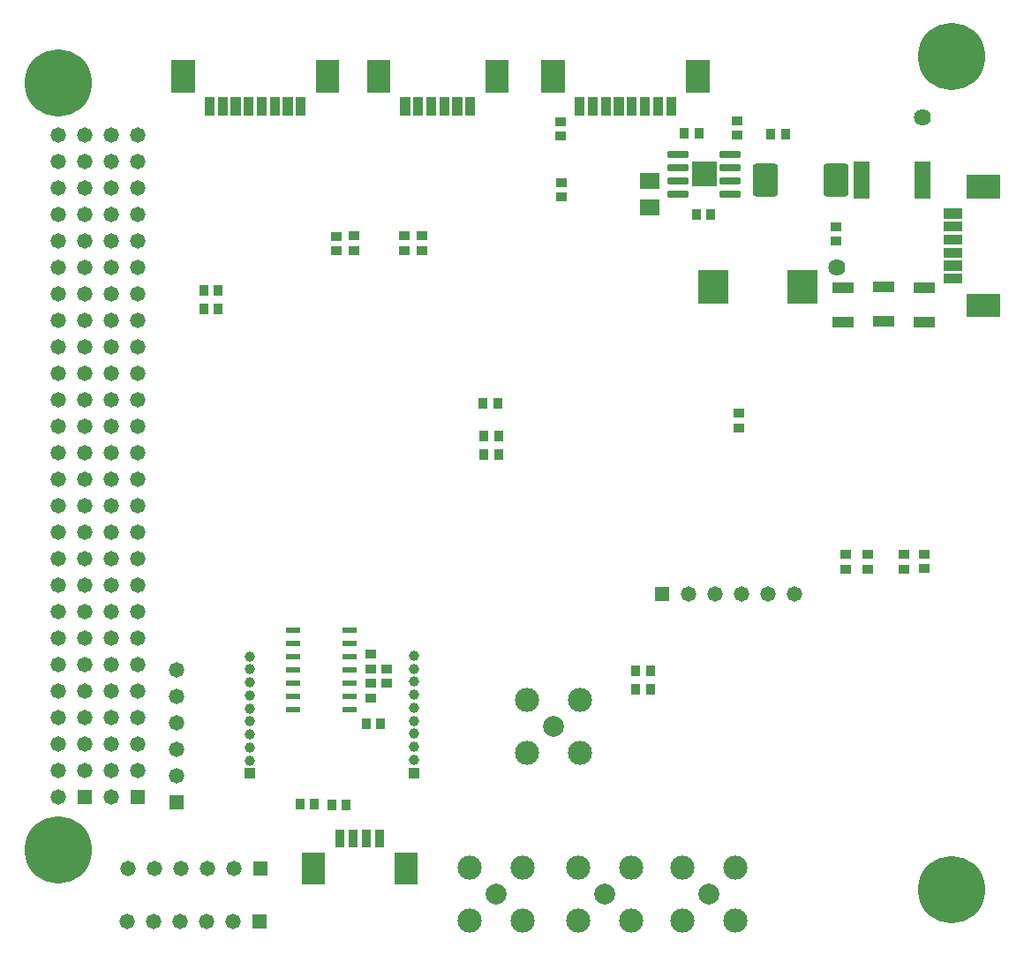
<source format=gbs>
G04*
G04 #@! TF.GenerationSoftware,Altium Limited,Altium Designer,24.2.2 (26)*
G04*
G04 Layer_Color=16711935*
%FSLAX44Y44*%
%MOMM*%
G71*
G04*
G04 #@! TF.SameCoordinates,65AE983B-3A35-48A2-B31D-578204411B82*
G04*
G04*
G04 #@! TF.FilePolarity,Negative*
G04*
G01*
G75*
%ADD52R,0.9016X1.0016*%
%ADD56R,1.0016X0.9016*%
%ADD65R,1.9016X1.5016*%
%ADD70C,1.6256*%
%ADD71C,1.4716*%
%ADD72R,1.4716X1.4716*%
%ADD75C,1.0024*%
%ADD76R,1.0024X1.0024*%
%ADD77R,1.4716X1.4716*%
%ADD78C,6.4516*%
%ADD106C,2.0066*%
%ADD111R,2.0500X1.1000*%
%ADD112R,2.9210X3.2512*%
%ADD117R,1.4605X0.5334*%
%ADD121R,1.5916X3.5216*%
G04:AMPARAMS|DCode=122|XSize=2.4316mm|YSize=3.1716mm|CornerRadius=0.3421mm|HoleSize=0mm|Usage=FLASHONLY|Rotation=180.000|XOffset=0mm|YOffset=0mm|HoleType=Round|Shape=RoundedRectangle|*
%AMROUNDEDRECTD122*
21,1,2.4316,2.4875,0,0,180.0*
21,1,1.7475,3.1716,0,0,180.0*
1,1,0.6841,-0.8738,1.2437*
1,1,0.6841,0.8738,1.2437*
1,1,0.6841,0.8738,-1.2437*
1,1,0.6841,-0.8738,-1.2437*
%
%ADD122ROUNDEDRECTD122*%
%ADD123R,0.9016X1.7016*%
%ADD124R,2.2016X3.1016*%
%ADD125R,2.3916X2.3916*%
G04:AMPARAMS|DCode=126|XSize=2.0716mm|YSize=0.7016mm|CornerRadius=0.1258mm|HoleSize=0mm|Usage=FLASHONLY|Rotation=0.000|XOffset=0mm|YOffset=0mm|HoleType=Round|Shape=RoundedRectangle|*
%AMROUNDEDRECTD126*
21,1,2.0716,0.4500,0,0,0.0*
21,1,1.8200,0.7016,0,0,0.0*
1,1,0.2516,0.9100,-0.2250*
1,1,0.2516,-0.9100,-0.2250*
1,1,0.2516,-0.9100,0.2250*
1,1,0.2516,0.9100,0.2250*
%
%ADD126ROUNDEDRECTD126*%
%ADD127C,2.3114*%
G36*
X201012Y810762D02*
X191488D01*
Y793238D01*
X201012D01*
Y810762D01*
D02*
G37*
G36*
X182012Y846762D02*
X159488D01*
Y815238D01*
X182012D01*
Y846762D01*
D02*
G37*
G36*
X213512Y810762D02*
X203988D01*
Y793238D01*
X213512D01*
Y810762D01*
D02*
G37*
G36*
X226012D02*
X216488D01*
Y793238D01*
X226012D01*
Y810762D01*
D02*
G37*
G36*
X238512D02*
X228988D01*
Y793238D01*
X238512D01*
Y810762D01*
D02*
G37*
G36*
X251012D02*
X241488D01*
Y793238D01*
X251012D01*
Y810762D01*
D02*
G37*
G36*
X263512D02*
X253988D01*
Y793238D01*
X263512D01*
Y810762D01*
D02*
G37*
G36*
X276012D02*
X266488D01*
Y793238D01*
X276012D01*
Y810762D01*
D02*
G37*
G36*
X288512D02*
X278988D01*
Y793238D01*
X288512D01*
Y810762D01*
D02*
G37*
G36*
X320512Y846762D02*
X297988D01*
Y815238D01*
X320512D01*
Y846762D01*
D02*
G37*
G36*
X369512D02*
X346988D01*
Y815238D01*
X369512D01*
Y846762D01*
D02*
G37*
G36*
X388512Y810762D02*
X378988D01*
Y793238D01*
X388512D01*
Y810762D01*
D02*
G37*
G36*
X401012D02*
X391488D01*
Y793238D01*
X401012D01*
Y810762D01*
D02*
G37*
G36*
X413512D02*
X403988D01*
Y793238D01*
X413512D01*
Y810762D01*
D02*
G37*
G36*
X426012D02*
X416488D01*
Y793238D01*
X426012D01*
Y810762D01*
D02*
G37*
G36*
X438512D02*
X428988D01*
Y793238D01*
X438512D01*
Y810762D01*
D02*
G37*
G36*
X451012D02*
X441488D01*
Y793238D01*
X451012D01*
Y810762D01*
D02*
G37*
G36*
X483012Y846762D02*
X460488D01*
Y815238D01*
X483012D01*
Y846762D01*
D02*
G37*
G36*
X556012Y810762D02*
X546488D01*
Y793238D01*
X556012D01*
Y810762D01*
D02*
G37*
G36*
X537012Y846762D02*
X514488D01*
Y815238D01*
X537012D01*
Y846762D01*
D02*
G37*
G36*
X568512Y810762D02*
X558988D01*
Y793238D01*
X568512D01*
Y810762D01*
D02*
G37*
G36*
X581012D02*
X571488D01*
Y793238D01*
X581012D01*
Y810762D01*
D02*
G37*
G36*
X593512D02*
X583988D01*
Y793238D01*
X593512D01*
Y810762D01*
D02*
G37*
G36*
X606012D02*
X596488D01*
Y793238D01*
X606012D01*
Y810762D01*
D02*
G37*
G36*
X618512D02*
X608988D01*
Y793238D01*
X618512D01*
Y810762D01*
D02*
G37*
G36*
X631012D02*
X621488D01*
Y793238D01*
X631012D01*
Y810762D01*
D02*
G37*
G36*
X643512D02*
X633988D01*
Y793238D01*
X643512D01*
Y810762D01*
D02*
G37*
G36*
X675512Y815238D02*
X652988D01*
Y846762D01*
X675512D01*
Y815238D01*
D02*
G37*
G36*
X954012Y713738D02*
X922488D01*
Y736262D01*
X954012D01*
Y713738D01*
D02*
G37*
G36*
X918012Y694738D02*
X900488D01*
Y704262D01*
X918012D01*
Y694738D01*
D02*
G37*
G36*
Y682238D02*
X900488D01*
Y691762D01*
X918012D01*
Y682238D01*
D02*
G37*
G36*
Y669738D02*
X900488D01*
Y679262D01*
X918012D01*
Y669738D01*
D02*
G37*
G36*
Y657238D02*
X900488D01*
Y666762D01*
X918012D01*
Y657238D01*
D02*
G37*
G36*
Y644738D02*
X900488D01*
Y654262D01*
X918012D01*
Y644738D01*
D02*
G37*
G36*
Y632238D02*
X900488D01*
Y641762D01*
X918012D01*
Y632238D01*
D02*
G37*
G36*
X954012Y600238D02*
X922488D01*
Y622762D01*
X954012D01*
Y600238D01*
D02*
G37*
D52*
X296750Y132750D02*
D03*
X282750D02*
D03*
X327250Y132500D02*
D03*
X313250D02*
D03*
X604750Y260500D02*
D03*
X618750D02*
D03*
X618750Y243250D02*
D03*
X604750D02*
D03*
X190500Y625750D02*
D03*
X204500D02*
D03*
X204500Y608000D02*
D03*
X190500D02*
D03*
X473250Y468500D02*
D03*
X459250D02*
D03*
Y486000D02*
D03*
X473250D02*
D03*
X458250Y517750D02*
D03*
X472250D02*
D03*
X346250Y210000D02*
D03*
X360250D02*
D03*
X748500Y775750D02*
D03*
X734500D02*
D03*
X665500Y776250D02*
D03*
X651500D02*
D03*
X677000Y698750D02*
D03*
X663000D02*
D03*
D56*
X532500Y773750D02*
D03*
Y787750D02*
D03*
X702250Y788500D02*
D03*
Y774500D02*
D03*
X861750Y358500D02*
D03*
Y372500D02*
D03*
X806500Y358250D02*
D03*
Y372250D02*
D03*
X882000Y372750D02*
D03*
Y358750D02*
D03*
X827500Y372500D02*
D03*
Y358500D02*
D03*
X533250Y715250D02*
D03*
Y729250D02*
D03*
X704000Y493750D02*
D03*
Y507750D02*
D03*
X399500Y664000D02*
D03*
Y678000D02*
D03*
X382500Y664250D02*
D03*
Y678250D02*
D03*
X797250Y686750D02*
D03*
Y672750D02*
D03*
X334250Y678000D02*
D03*
Y664000D02*
D03*
X317500Y663750D02*
D03*
Y677750D02*
D03*
X366102Y248808D02*
D03*
Y262808D02*
D03*
X351102Y276808D02*
D03*
Y262808D02*
D03*
Y248808D02*
D03*
Y234808D02*
D03*
D65*
X618000Y731000D02*
D03*
Y705000D02*
D03*
D70*
X879500Y791746D02*
D03*
X798000Y647750D02*
D03*
D71*
X164250Y261550D02*
D03*
Y236150D02*
D03*
Y210750D02*
D03*
Y185350D02*
D03*
Y159950D02*
D03*
X219800Y70880D02*
D03*
X194400D02*
D03*
X169000D02*
D03*
X143600D02*
D03*
X118200D02*
D03*
X218440Y20320D02*
D03*
X193040D02*
D03*
X167640D02*
D03*
X142240D02*
D03*
X116840D02*
D03*
X50800Y647700D02*
D03*
Y622300D02*
D03*
Y571500D02*
D03*
Y596900D02*
D03*
Y520700D02*
D03*
Y495300D02*
D03*
Y469900D02*
D03*
Y419100D02*
D03*
Y444500D02*
D03*
Y368300D02*
D03*
Y317500D02*
D03*
Y393700D02*
D03*
Y342900D02*
D03*
Y546100D02*
D03*
Y673100D02*
D03*
X76200Y266700D02*
D03*
Y342900D02*
D03*
Y317500D02*
D03*
Y292100D02*
D03*
Y368300D02*
D03*
Y419100D02*
D03*
Y165100D02*
D03*
Y215900D02*
D03*
Y241300D02*
D03*
Y190500D02*
D03*
Y393700D02*
D03*
X50800Y774700D02*
D03*
Y698500D02*
D03*
Y749300D02*
D03*
X76200Y723900D02*
D03*
Y749300D02*
D03*
X50800Y723900D02*
D03*
X76200Y774700D02*
D03*
Y698500D02*
D03*
Y647700D02*
D03*
Y622300D02*
D03*
Y596900D02*
D03*
Y571500D02*
D03*
Y546100D02*
D03*
Y520700D02*
D03*
Y469900D02*
D03*
Y444500D02*
D03*
Y673100D02*
D03*
Y495300D02*
D03*
X50800Y241300D02*
D03*
Y266700D02*
D03*
Y190500D02*
D03*
Y292100D02*
D03*
Y139700D02*
D03*
Y215900D02*
D03*
Y165100D02*
D03*
X101600Y647700D02*
D03*
Y622300D02*
D03*
Y571500D02*
D03*
Y596900D02*
D03*
Y520700D02*
D03*
Y495300D02*
D03*
Y469900D02*
D03*
Y419100D02*
D03*
Y444500D02*
D03*
Y368300D02*
D03*
Y317500D02*
D03*
Y393700D02*
D03*
Y342900D02*
D03*
Y546100D02*
D03*
Y673100D02*
D03*
X127000Y266700D02*
D03*
Y342900D02*
D03*
Y317500D02*
D03*
Y292100D02*
D03*
Y368300D02*
D03*
Y419100D02*
D03*
Y165100D02*
D03*
Y215900D02*
D03*
Y241300D02*
D03*
Y190500D02*
D03*
Y393700D02*
D03*
X101600Y774700D02*
D03*
Y698500D02*
D03*
Y749300D02*
D03*
X127000Y723900D02*
D03*
Y749300D02*
D03*
X101600Y723900D02*
D03*
X127000Y774700D02*
D03*
Y698500D02*
D03*
Y647700D02*
D03*
Y622300D02*
D03*
Y596900D02*
D03*
Y571500D02*
D03*
Y546100D02*
D03*
Y520700D02*
D03*
Y469900D02*
D03*
Y444500D02*
D03*
Y673100D02*
D03*
Y495300D02*
D03*
X101600Y241300D02*
D03*
Y266700D02*
D03*
Y190500D02*
D03*
Y292100D02*
D03*
Y139700D02*
D03*
Y215900D02*
D03*
Y165100D02*
D03*
X756900Y334750D02*
D03*
X731500D02*
D03*
X706100D02*
D03*
X680700D02*
D03*
X655300D02*
D03*
D72*
X164250Y134550D02*
D03*
X76200Y139700D02*
D03*
X127000D02*
D03*
D75*
X392102Y225308D02*
D03*
Y237808D02*
D03*
Y275308D02*
D03*
Y262808D02*
D03*
Y250308D02*
D03*
Y212808D02*
D03*
Y200308D02*
D03*
Y187808D02*
D03*
Y175308D02*
D03*
X235102Y174808D02*
D03*
Y187308D02*
D03*
Y199808D02*
D03*
Y212308D02*
D03*
Y224808D02*
D03*
Y237308D02*
D03*
Y249808D02*
D03*
Y262308D02*
D03*
Y274808D02*
D03*
D76*
X392102Y162808D02*
D03*
X235102Y162308D02*
D03*
D77*
X245200Y70880D02*
D03*
X243840Y20320D02*
D03*
X629900Y334750D02*
D03*
D78*
X908200Y50800D02*
D03*
X50800Y88900D02*
D03*
X908200Y850200D02*
D03*
X50800Y824800D02*
D03*
D106*
X525750Y207500D02*
D03*
X674878Y46990D02*
D03*
X471000Y47000D02*
D03*
X575000D02*
D03*
D111*
X804000Y628250D02*
D03*
Y595250D02*
D03*
X842750Y628750D02*
D03*
Y595750D02*
D03*
X881750Y628000D02*
D03*
Y595000D02*
D03*
D112*
X679500Y628750D02*
D03*
X765098D02*
D03*
D117*
X330344Y223708D02*
D03*
Y236408D02*
D03*
Y249108D02*
D03*
Y261808D02*
D03*
Y274508D02*
D03*
Y287208D02*
D03*
Y299908D02*
D03*
X275861D02*
D03*
Y287208D02*
D03*
Y274508D02*
D03*
Y261808D02*
D03*
Y249108D02*
D03*
Y236408D02*
D03*
Y223708D02*
D03*
D121*
X880140Y731250D02*
D03*
X821860D02*
D03*
D122*
X796900Y732000D02*
D03*
X729600D02*
D03*
D123*
X346500Y100000D02*
D03*
X359000D02*
D03*
X334000D02*
D03*
X321500D02*
D03*
D124*
X384500Y71000D02*
D03*
X296000D02*
D03*
D125*
X670500Y737500D02*
D03*
D126*
X695250Y718450D02*
D03*
Y731150D02*
D03*
Y743850D02*
D03*
Y756550D02*
D03*
X645750D02*
D03*
Y743850D02*
D03*
Y731150D02*
D03*
Y718450D02*
D03*
D127*
X500350Y232900D02*
D03*
X551150D02*
D03*
X500350Y182100D02*
D03*
X551150D02*
D03*
X700278Y72390D02*
D03*
Y21590D02*
D03*
X649478Y72390D02*
D03*
Y21590D02*
D03*
X445600Y72400D02*
D03*
X496400D02*
D03*
X445600Y21600D02*
D03*
X496400D02*
D03*
X549600Y72400D02*
D03*
X600400D02*
D03*
X549600Y21600D02*
D03*
X600400D02*
D03*
M02*

</source>
